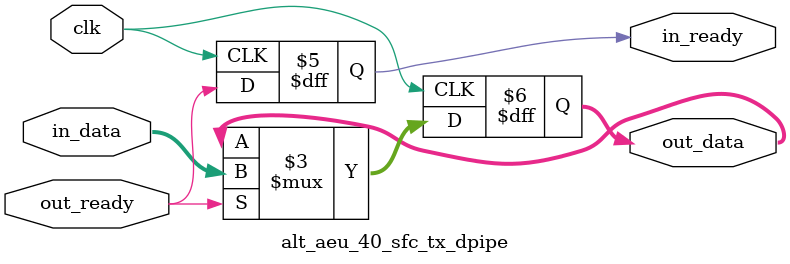
<source format=v>



 module alt_aeu_40_sfc_tx_dpipe 
     #(parameter WIDTH = 524 //+5+6+1 
      )(
       input wire clk 
      ,input wire out_ready 
      ,output reg in_ready 
      ,input wire [WIDTH-1:0] in_data      
      ,output reg [WIDTH-1:0] out_data 
     );

   // ___________________________________________________

    initial out_data = 0;

    always@(posedge clk)
       begin
	  if (out_ready) out_data <= in_data;
	  in_ready <= out_ready;
       end

 endmodule

 


</source>
